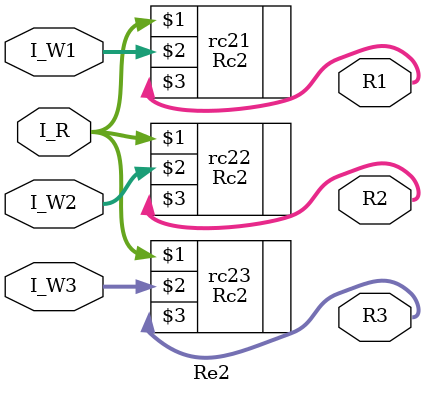
<source format=v>
`timescale 1ns / 1ps


module Re2(
    input [31:0] I_R,
    input [31:0] I_W1,
    input [31:0] I_W2,
    input [31:0] I_W3,
    output [3:0] R1,
    output [3:0] R2,
    output [3:0] R3
    );
    Rc2             rc21(I_R,I_W1,R1),
    				rc22(I_R,I_W2,R2),
    				rc23(I_R,I_W3,R3);
endmodule

</source>
